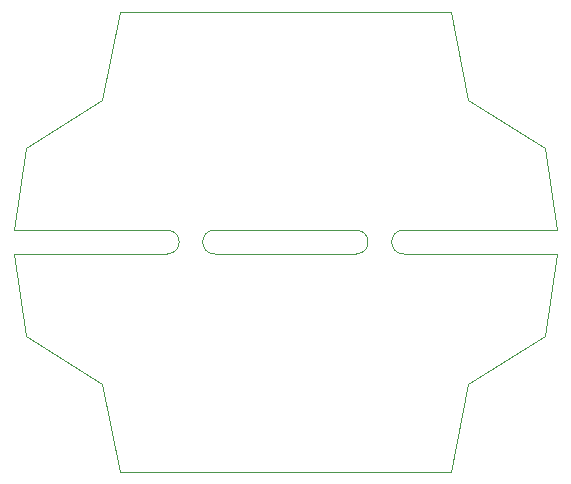
<source format=gm1>
G04 #@! TF.GenerationSoftware,KiCad,Pcbnew,(5.1.0)-1*
G04 #@! TF.CreationDate,2019-03-21T22:27:28+11:00*
G04 #@! TF.ProjectId,top-hemi,746f702d-6865-46d6-992e-6b696361645f,rev?*
G04 #@! TF.SameCoordinates,Original*
G04 #@! TF.FileFunction,Profile,NP*
%FSLAX46Y46*%
G04 Gerber Fmt 4.6, Leading zero omitted, Abs format (unit mm)*
G04 Created by KiCad (PCBNEW (5.1.0)-1) date 2019-03-21 22:27:28*
%MOMM*%
%LPD*%
G04 APERTURE LIST*
%ADD10C,0.025400*%
G04 APERTURE END LIST*
D10*
X110096000Y-87630000D02*
X123096000Y-87630000D01*
X111096000Y-80630000D02*
X110096000Y-87630000D01*
X117596000Y-76630000D02*
X111096000Y-80630000D01*
X119096000Y-69130000D02*
X117596000Y-76630000D01*
X147096000Y-69130000D02*
X119096000Y-69130000D01*
X148596000Y-76630000D02*
X147096000Y-69130000D01*
X155096000Y-80630000D02*
X148596000Y-76630000D01*
X156096000Y-87630000D02*
X155096000Y-80630000D01*
X143096000Y-87630000D02*
X156096000Y-87630000D01*
X123096000Y-87630000D02*
G75*
G02X123096000Y-89630000I0J-1000000D01*
G01*
X156096000Y-89630000D02*
X143096000Y-89630000D01*
X155096000Y-96630000D02*
X156096000Y-89630000D01*
X148596000Y-100630000D02*
X155096000Y-96630000D01*
X147096000Y-108130000D02*
X148596000Y-100630000D01*
X119096000Y-108130000D02*
X147096000Y-108130000D01*
X117596000Y-100630000D02*
X119096000Y-108130000D01*
X111096000Y-96630000D02*
X117596000Y-100630000D01*
X110096000Y-89630000D02*
X111096000Y-96630000D01*
X123096000Y-89630000D02*
X110096000Y-89630000D01*
X143096000Y-89630000D02*
G75*
G02X143096000Y-87630000I0J1000000D01*
G01*
X139096000Y-89630000D02*
X127096000Y-89630000D01*
X127096000Y-89630000D02*
G75*
G02X127096000Y-87630000I0J1000000D01*
G01*
X127096001Y-87630000D02*
X139096000Y-87630000D01*
X139096000Y-87630000D02*
G75*
G02X139096000Y-89630000I0J-1000000D01*
G01*
M02*

</source>
